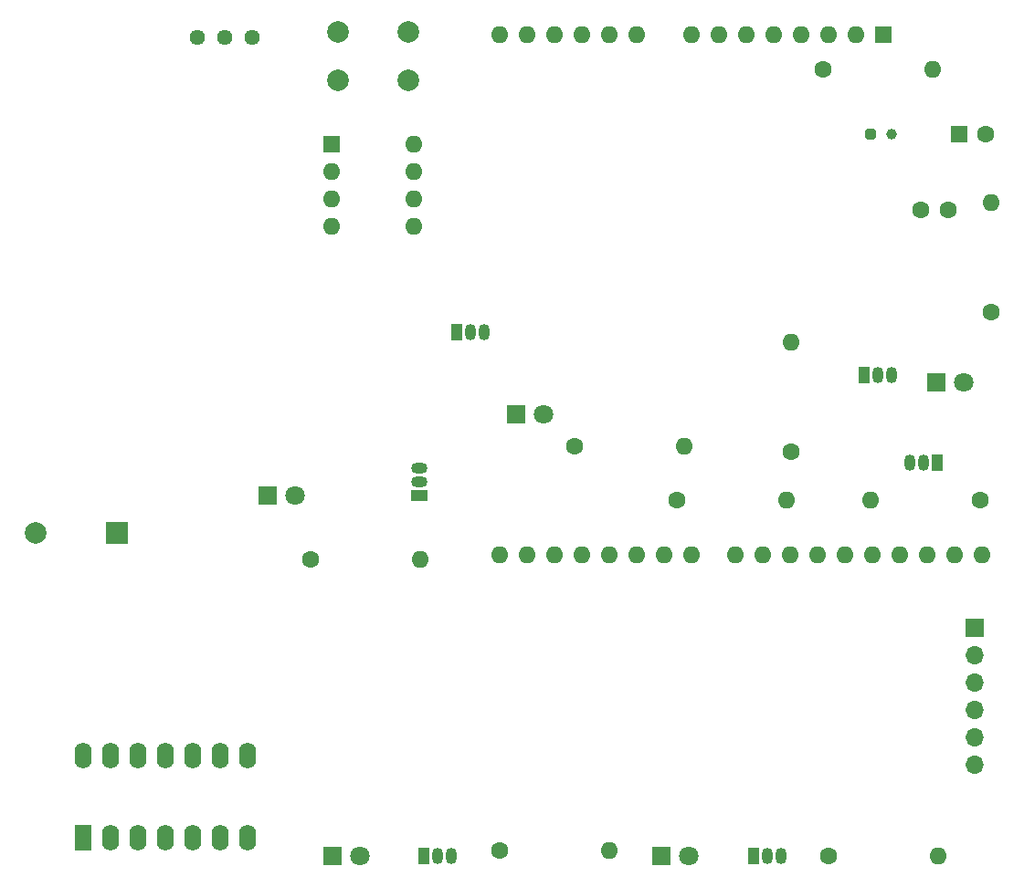
<source format=gbr>
%TF.GenerationSoftware,KiCad,Pcbnew,8.0.6*%
%TF.CreationDate,2025-03-20T16:43:13-06:00*%
%TF.ProjectId,Invitaci_nTDS_general,496e7669-7461-4636-99f3-6e5444535f67,rev?*%
%TF.SameCoordinates,Original*%
%TF.FileFunction,Soldermask,Top*%
%TF.FilePolarity,Negative*%
%FSLAX46Y46*%
G04 Gerber Fmt 4.6, Leading zero omitted, Abs format (unit mm)*
G04 Created by KiCad (PCBNEW 8.0.6) date 2025-03-20 16:43:13*
%MOMM*%
%LPD*%
G01*
G04 APERTURE LIST*
G04 Aperture macros list*
%AMRoundRect*
0 Rectangle with rounded corners*
0 $1 Rounding radius*
0 $2 $3 $4 $5 $6 $7 $8 $9 X,Y pos of 4 corners*
0 Add a 4 corners polygon primitive as box body*
4,1,4,$2,$3,$4,$5,$6,$7,$8,$9,$2,$3,0*
0 Add four circle primitives for the rounded corners*
1,1,$1+$1,$2,$3*
1,1,$1+$1,$4,$5*
1,1,$1+$1,$6,$7*
1,1,$1+$1,$8,$9*
0 Add four rect primitives between the rounded corners*
20,1,$1+$1,$2,$3,$4,$5,0*
20,1,$1+$1,$4,$5,$6,$7,0*
20,1,$1+$1,$6,$7,$8,$9,0*
20,1,$1+$1,$8,$9,$2,$3,0*%
G04 Aperture macros list end*
%ADD10C,1.600000*%
%ADD11O,1.600000X1.600000*%
%ADD12R,1.800000X1.800000*%
%ADD13C,1.800000*%
%ADD14RoundRect,0.250000X-0.250000X-0.250000X0.250000X-0.250000X0.250000X0.250000X-0.250000X0.250000X0*%
%ADD15C,1.000000*%
%ADD16R,1.050000X1.500000*%
%ADD17O,1.050000X1.500000*%
%ADD18R,1.500000X1.050000*%
%ADD19O,1.500000X1.050000*%
%ADD20R,1.600000X1.600000*%
%ADD21R,1.600000X2.400000*%
%ADD22O,1.600000X2.400000*%
%ADD23C,1.440000*%
%ADD24R,1.700000X1.700000*%
%ADD25O,1.700000X1.700000*%
%ADD26R,2.000000X2.000000*%
%ADD27C,2.000000*%
G04 APERTURE END LIST*
D10*
%TO.C,R1*%
X94420000Y-102500000D03*
D11*
X104580000Y-102500000D03*
%TD*%
D12*
%TO.C,D4*%
X113460000Y-89000000D03*
D13*
X116000000Y-89000000D03*
%TD*%
D10*
%TO.C,R9*%
X141920000Y-57000000D03*
D11*
X152080000Y-57000000D03*
%TD*%
D10*
%TO.C,R5*%
X142420000Y-130000000D03*
D11*
X152580000Y-130000000D03*
%TD*%
D10*
%TO.C,R10*%
X128340000Y-97000000D03*
D11*
X138500000Y-97000000D03*
%TD*%
D14*
%TO.C,MK1*%
X146332500Y-63000000D03*
D15*
X148232500Y-63000000D03*
%TD*%
D16*
%TO.C,Q2*%
X152500000Y-93500000D03*
D17*
X151230000Y-93500000D03*
X149960000Y-93500000D03*
%TD*%
D18*
%TO.C,Q1*%
X104500000Y-96500000D03*
D19*
X104500000Y-95230000D03*
X104500000Y-93960000D03*
%TD*%
D10*
%TO.C,C1*%
X151000000Y-70000000D03*
X153500000Y-70000000D03*
%TD*%
D20*
%TO.C,U1*%
X96380000Y-63920000D03*
D11*
X96380000Y-66460000D03*
X96380000Y-69000000D03*
X96380000Y-71540000D03*
X104000000Y-71540000D03*
X104000000Y-69000000D03*
X104000000Y-66460000D03*
X104000000Y-63920000D03*
%TD*%
D12*
%TO.C,D2*%
X152460000Y-86000000D03*
D13*
X155000000Y-86000000D03*
%TD*%
D16*
%TO.C,Q7*%
X145730000Y-85360000D03*
D17*
X147000000Y-85360000D03*
X148270000Y-85360000D03*
%TD*%
D12*
%TO.C,D1*%
X90460000Y-96500000D03*
D13*
X93000000Y-96500000D03*
%TD*%
D21*
%TO.C,U2*%
X73375000Y-128325000D03*
D22*
X75915000Y-128325000D03*
X78455000Y-128325000D03*
X80995000Y-128325000D03*
X83535000Y-128325000D03*
X86075000Y-128325000D03*
X88615000Y-128325000D03*
X88615000Y-120705000D03*
X86075000Y-120705000D03*
X83535000Y-120705000D03*
X80995000Y-120705000D03*
X78455000Y-120705000D03*
X75915000Y-120705000D03*
X73375000Y-120705000D03*
%TD*%
D12*
%TO.C,D3*%
X96500000Y-130000000D03*
D13*
X99040000Y-130000000D03*
%TD*%
D23*
%TO.C,RV1*%
X83920000Y-54000000D03*
X86460000Y-54000000D03*
X89000000Y-54000000D03*
%TD*%
D16*
%TO.C,Q5*%
X135460000Y-130000000D03*
D17*
X136730000Y-130000000D03*
X138000000Y-130000000D03*
%TD*%
D24*
%TO.C,J2*%
X156000000Y-108840000D03*
D25*
X156000000Y-111380000D03*
X156000000Y-113920000D03*
X156000000Y-116460000D03*
X156000000Y-119000000D03*
X156000000Y-121540000D03*
%TD*%
D16*
%TO.C,Q3*%
X104960000Y-130000000D03*
D17*
X106230000Y-130000000D03*
X107500000Y-130000000D03*
%TD*%
D10*
%TO.C,R3*%
X111920000Y-129500000D03*
D11*
X122080000Y-129500000D03*
%TD*%
D26*
%TO.C,BZ1*%
X76500000Y-100000000D03*
D27*
X68900000Y-100000000D03*
%TD*%
%TO.C,SW1*%
X97000000Y-53500000D03*
X103500000Y-53500000D03*
X97000000Y-58000000D03*
X103500000Y-58000000D03*
%TD*%
D10*
%TO.C,R7*%
X157500000Y-79500000D03*
D11*
X157500000Y-69340000D03*
%TD*%
D12*
%TO.C,D5*%
X126960000Y-130000000D03*
D13*
X129500000Y-130000000D03*
%TD*%
D20*
%TO.C,C2*%
X154500000Y-63000000D03*
D10*
X157000000Y-63000000D03*
%TD*%
%TO.C,R4*%
X118920000Y-92000000D03*
D11*
X129080000Y-92000000D03*
%TD*%
D16*
%TO.C,Q4*%
X107960000Y-81360000D03*
D17*
X109230000Y-81360000D03*
X110500000Y-81360000D03*
%TD*%
D10*
%TO.C,R8*%
X139000000Y-92500000D03*
D11*
X139000000Y-82340000D03*
%TD*%
D10*
%TO.C,R2*%
X156500000Y-97000000D03*
D11*
X146340000Y-97000000D03*
%TD*%
%TO.C,A1*%
X156620000Y-102000000D03*
X154080000Y-102000000D03*
X151540000Y-102000000D03*
X149000000Y-102000000D03*
X146460000Y-102000000D03*
X143920000Y-102000000D03*
X141380000Y-102000000D03*
X138840000Y-102000000D03*
X136300000Y-102000000D03*
X133760000Y-102000000D03*
X129700000Y-102000000D03*
X127160000Y-102000000D03*
X124620000Y-102000000D03*
X122080000Y-102000000D03*
X119540000Y-102000000D03*
X117000000Y-102000000D03*
X114460000Y-102000000D03*
X111920000Y-102000000D03*
X111920000Y-53740000D03*
X114460000Y-53740000D03*
X117000000Y-53740000D03*
X119540000Y-53740000D03*
X122080000Y-53740000D03*
X124620000Y-53740000D03*
X129700000Y-53740000D03*
X132240000Y-53740000D03*
X134780000Y-53740000D03*
X137320000Y-53740000D03*
X139860000Y-53740000D03*
X142400000Y-53740000D03*
X144940000Y-53740000D03*
D20*
X147480000Y-53740000D03*
%TD*%
M02*

</source>
